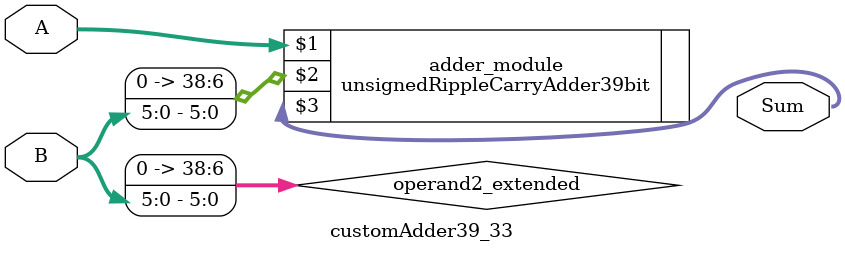
<source format=v>
module customAdder39_33(
                        input [38 : 0] A,
                        input [5 : 0] B,
                        
                        output [39 : 0] Sum
                );

        wire [38 : 0] operand2_extended;
        
        assign operand2_extended =  {33'b0, B};
        
        unsignedRippleCarryAdder39bit adder_module(
            A,
            operand2_extended,
            Sum
        );
        
        endmodule
        
</source>
